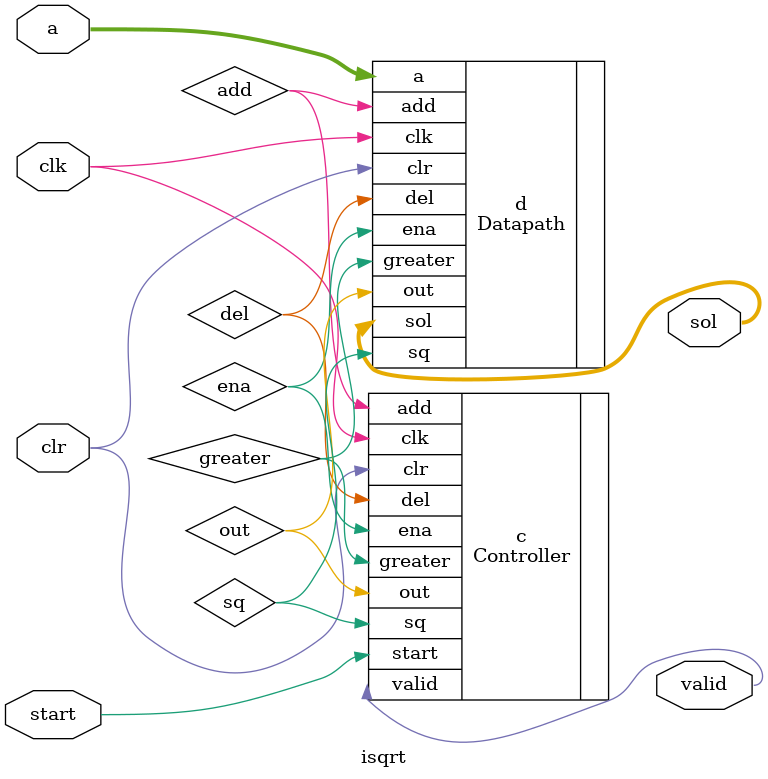
<source format=v>
`timescale 1ns / 1ps


module isqrt(
    input [7:0] a,
    input start,
    input clk,
    input clr,
    output [3:0] sol,
    output valid
    );
    wire ena, add, del, sq,out,greater;
    Controller c (.clk(clk),.clr(clr),.start(start),.greater(greater),.valid(valid),.ena(ena), .add(add), .del(del), .sq(sq),.out(out));
    Datapath d(.clk(clk),.clr(clr),.a(a),.ena(ena), .add(add), .del(del), .sq(sq),.out(out),.sol(sol),.greater(greater));

endmodule

</source>
